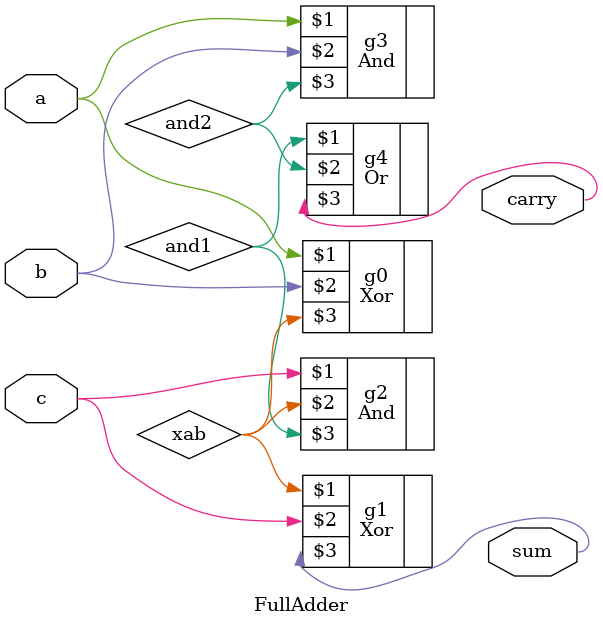
<source format=v>
`include "../CH01/gates01.v"

module HalfAdder (a, b, sum, carry);
    input a, b;
    output sum, carry;

    Xor g0(a, b, sum);
    And g1(a, b, carry);
endmodule

module FullAdder (a, b, c, sum, carry);
    input a, b, c;
    output sum, carry;
    wire xab, and1, and2;
    
    Xor g0(a, b, xab);
    Xor g1(xab, c, sum);

    And g2(c, xab, and1);
    And g3(a, b, and2);

    Or  g4(and1, and2, carry);
endmodule
</source>
